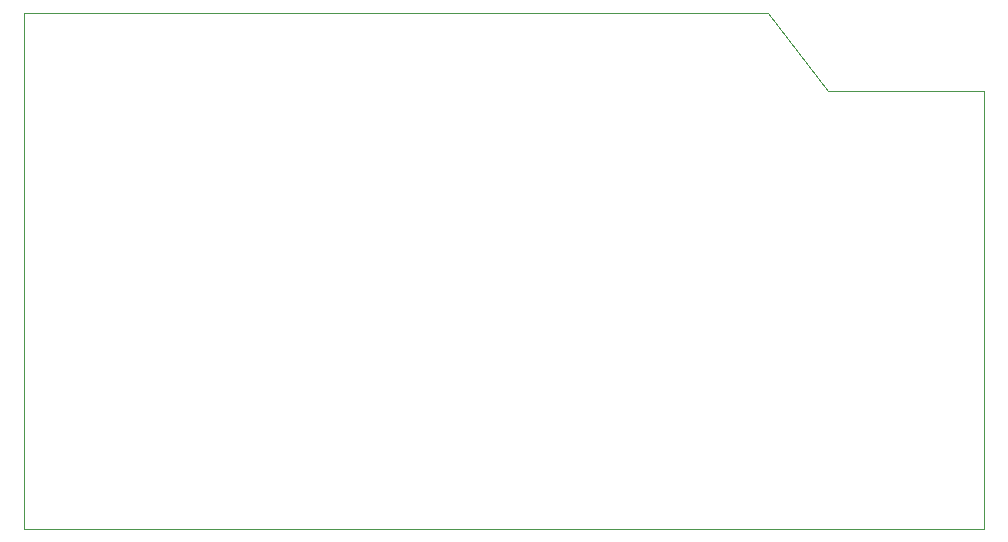
<source format=gm1>
G04 #@! TF.GenerationSoftware,KiCad,Pcbnew,(5.1.10-1-10_14)*
G04 #@! TF.CreationDate,2021-11-19T10:18:53+01:00*
G04 #@! TF.ProjectId,lcd,6c63642e-6b69-4636-9164-5f7063625858,rev?*
G04 #@! TF.SameCoordinates,Original*
G04 #@! TF.FileFunction,Profile,NP*
%FSLAX46Y46*%
G04 Gerber Fmt 4.6, Leading zero omitted, Abs format (unit mm)*
G04 Created by KiCad (PCBNEW (5.1.10-1-10_14)) date 2021-11-19 10:18:53*
%MOMM*%
%LPD*%
G01*
G04 APERTURE LIST*
G04 #@! TA.AperFunction,Profile*
%ADD10C,0.050000*%
G04 #@! TD*
G04 APERTURE END LIST*
D10*
X164592000Y-95504000D02*
X177800000Y-95504000D01*
X159512000Y-88900000D02*
X164592000Y-95504000D01*
X177800000Y-132588000D02*
X96520000Y-132588000D01*
X177800000Y-95504000D02*
X177800000Y-132588000D01*
X96520000Y-88900000D02*
X159512000Y-88900000D01*
X96520000Y-132588000D02*
X96520000Y-88900000D01*
M02*

</source>
